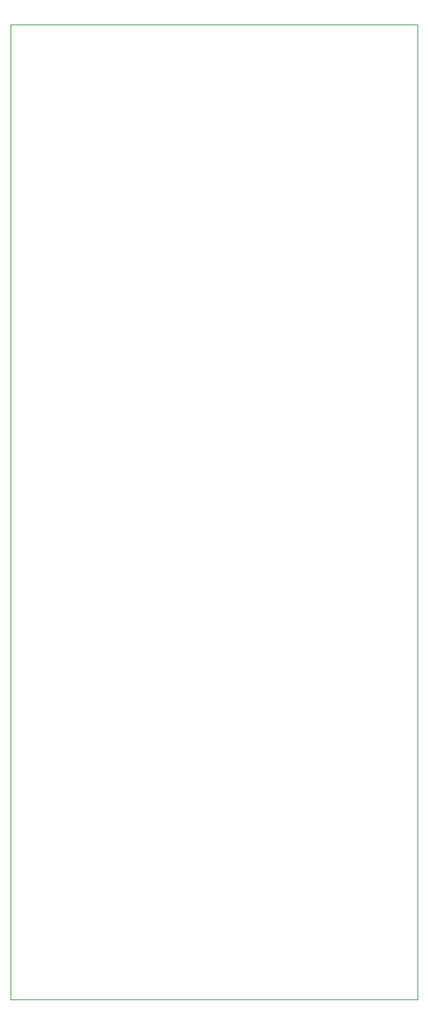
<source format=gm1>
G04 #@! TF.GenerationSoftware,KiCad,Pcbnew,7.0.10*
G04 #@! TF.CreationDate,2024-04-13T19:06:11+02:00*
G04 #@! TF.ProjectId,RocketBoard,526f636b-6574-4426-9f61-72642e6b6963,rev?*
G04 #@! TF.SameCoordinates,Original*
G04 #@! TF.FileFunction,Profile,NP*
%FSLAX46Y46*%
G04 Gerber Fmt 4.6, Leading zero omitted, Abs format (unit mm)*
G04 Created by KiCad (PCBNEW 7.0.10) date 2024-04-13 19:06:11*
%MOMM*%
%LPD*%
G01*
G04 APERTURE LIST*
G04 #@! TA.AperFunction,Profile*
%ADD10C,0.100000*%
G04 #@! TD*
G04 APERTURE END LIST*
D10*
X98300000Y-33525000D02*
X147500000Y-33525000D01*
X147500000Y-151150000D01*
X98300000Y-151150000D01*
X98300000Y-33525000D01*
M02*

</source>
